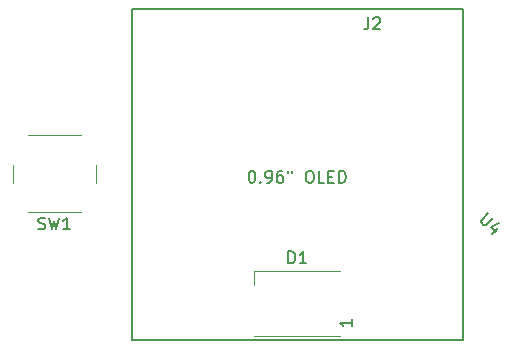
<source format=gbr>
G04 #@! TF.GenerationSoftware,KiCad,Pcbnew,(5.1.5)-3*
G04 #@! TF.CreationDate,2020-07-01T01:16:44-04:00*
G04 #@! TF.ProjectId,V0_Micro_Display,56305f4d-6963-4726-9f5f-446973706c61,rev?*
G04 #@! TF.SameCoordinates,Original*
G04 #@! TF.FileFunction,Legend,Top*
G04 #@! TF.FilePolarity,Positive*
%FSLAX46Y46*%
G04 Gerber Fmt 4.6, Leading zero omitted, Abs format (unit mm)*
G04 Created by KiCad (PCBNEW (5.1.5)-3) date 2020-07-01 01:16:44*
%MOMM*%
%LPD*%
G04 APERTURE LIST*
%ADD10C,0.150000*%
%ADD11C,0.120000*%
G04 APERTURE END LIST*
D10*
X-14000000Y13950000D02*
X14000000Y13950000D01*
X-14000000Y13950000D02*
X-14000000Y-14050000D01*
X14000000Y13950000D02*
X14000000Y-14050000D01*
X-14000000Y-14050000D02*
X14000000Y-14050000D01*
D11*
X-24070000Y750000D02*
X-24070000Y-750000D01*
X-22820000Y-3250000D02*
X-18320000Y-3250000D01*
X-17070000Y-750000D02*
X-17070000Y750000D01*
X-18320000Y3250000D02*
X-22820000Y3250000D01*
X3650000Y-13750000D02*
X-3650000Y-13750000D01*
X3650000Y-8250000D02*
X-3650000Y-8250000D01*
X-3650000Y-8250000D02*
X-3650000Y-9400000D01*
D10*
X6016666Y13247619D02*
X6016666Y12533333D01*
X5969047Y12390476D01*
X5873809Y12295238D01*
X5730952Y12247619D01*
X5635714Y12247619D01*
X6445238Y13152380D02*
X6492857Y13200000D01*
X6588095Y13247619D01*
X6826190Y13247619D01*
X6921428Y13200000D01*
X6969047Y13152380D01*
X7016666Y13057142D01*
X7016666Y12961904D01*
X6969047Y12819047D01*
X6397619Y12247619D01*
X7016666Y12247619D01*
X-3880952Y247619D02*
X-3785714Y247619D01*
X-3690476Y200000D01*
X-3642857Y152380D01*
X-3595238Y57142D01*
X-3547619Y-133333D01*
X-3547619Y-371428D01*
X-3595238Y-561904D01*
X-3642857Y-657142D01*
X-3690476Y-704761D01*
X-3785714Y-752380D01*
X-3880952Y-752380D01*
X-3976190Y-704761D01*
X-4023809Y-657142D01*
X-4071428Y-561904D01*
X-4119047Y-371428D01*
X-4119047Y-133333D01*
X-4071428Y57142D01*
X-4023809Y152380D01*
X-3976190Y200000D01*
X-3880952Y247619D01*
X-3119047Y-657142D02*
X-3071428Y-704761D01*
X-3119047Y-752380D01*
X-3166666Y-704761D01*
X-3119047Y-657142D01*
X-3119047Y-752380D01*
X-2595238Y-752380D02*
X-2404761Y-752380D01*
X-2309523Y-704761D01*
X-2261904Y-657142D01*
X-2166666Y-514285D01*
X-2119047Y-323809D01*
X-2119047Y57142D01*
X-2166666Y152380D01*
X-2214285Y200000D01*
X-2309523Y247619D01*
X-2500000Y247619D01*
X-2595238Y200000D01*
X-2642857Y152380D01*
X-2690476Y57142D01*
X-2690476Y-180952D01*
X-2642857Y-276190D01*
X-2595238Y-323809D01*
X-2500000Y-371428D01*
X-2309523Y-371428D01*
X-2214285Y-323809D01*
X-2166666Y-276190D01*
X-2119047Y-180952D01*
X-1261904Y247619D02*
X-1452380Y247619D01*
X-1547619Y200000D01*
X-1595238Y152380D01*
X-1690476Y9523D01*
X-1738095Y-180952D01*
X-1738095Y-561904D01*
X-1690476Y-657142D01*
X-1642857Y-704761D01*
X-1547619Y-752380D01*
X-1357142Y-752380D01*
X-1261904Y-704761D01*
X-1214285Y-657142D01*
X-1166666Y-561904D01*
X-1166666Y-323809D01*
X-1214285Y-228571D01*
X-1261904Y-180952D01*
X-1357142Y-133333D01*
X-1547619Y-133333D01*
X-1642857Y-180952D01*
X-1690476Y-228571D01*
X-1738095Y-323809D01*
X-785714Y247619D02*
X-785714Y57142D01*
X-404761Y247619D02*
X-404761Y57142D01*
X976190Y247619D02*
X1166666Y247619D01*
X1261904Y200000D01*
X1357142Y104761D01*
X1404761Y-85714D01*
X1404761Y-419047D01*
X1357142Y-609523D01*
X1261904Y-704761D01*
X1166666Y-752380D01*
X976190Y-752380D01*
X880952Y-704761D01*
X785714Y-609523D01*
X738095Y-419047D01*
X738095Y-85714D01*
X785714Y104761D01*
X880952Y200000D01*
X976190Y247619D01*
X2309523Y-752380D02*
X1833333Y-752380D01*
X1833333Y247619D01*
X2642857Y-228571D02*
X2976190Y-228571D01*
X3119047Y-752380D02*
X2642857Y-752380D01*
X2642857Y247619D01*
X3119047Y247619D01*
X3547619Y-752380D02*
X3547619Y247619D01*
X3785714Y247619D01*
X3928571Y200000D01*
X4023809Y104761D01*
X4071428Y9523D01*
X4119047Y-180952D01*
X4119047Y-323809D01*
X4071428Y-514285D01*
X4023809Y-609523D01*
X3928571Y-704761D01*
X3785714Y-752380D01*
X3547619Y-752380D01*
X16179836Y-3316667D02*
X15607416Y-3889087D01*
X15573744Y-3990102D01*
X15573744Y-4057446D01*
X15607416Y-4158461D01*
X15742103Y-4293148D01*
X15843118Y-4326820D01*
X15910462Y-4326820D01*
X16011477Y-4293148D01*
X16583897Y-3720728D01*
X16987958Y-4596194D02*
X16516553Y-5067598D01*
X17088973Y-4158461D02*
X16415538Y-4495179D01*
X16853271Y-4932911D01*
X-21903333Y-4654761D02*
X-21760476Y-4702380D01*
X-21522380Y-4702380D01*
X-21427142Y-4654761D01*
X-21379523Y-4607142D01*
X-21331904Y-4511904D01*
X-21331904Y-4416666D01*
X-21379523Y-4321428D01*
X-21427142Y-4273809D01*
X-21522380Y-4226190D01*
X-21712857Y-4178571D01*
X-21808095Y-4130952D01*
X-21855714Y-4083333D01*
X-21903333Y-3988095D01*
X-21903333Y-3892857D01*
X-21855714Y-3797619D01*
X-21808095Y-3750000D01*
X-21712857Y-3702380D01*
X-21474761Y-3702380D01*
X-21331904Y-3750000D01*
X-20998571Y-3702380D02*
X-20760476Y-4702380D01*
X-20570000Y-3988095D01*
X-20379523Y-4702380D01*
X-20141428Y-3702380D01*
X-19236666Y-4702380D02*
X-19808095Y-4702380D01*
X-19522380Y-4702380D02*
X-19522380Y-3702380D01*
X-19617619Y-3845238D01*
X-19712857Y-3940476D01*
X-19808095Y-3988095D01*
X-738095Y-7564380D02*
X-738095Y-6564380D01*
X-500000Y-6564380D01*
X-357142Y-6612000D01*
X-261904Y-6707238D01*
X-214285Y-6802476D01*
X-166666Y-6992952D01*
X-166666Y-7135809D01*
X-214285Y-7326285D01*
X-261904Y-7421523D01*
X-357142Y-7516761D01*
X-500000Y-7564380D01*
X-738095Y-7564380D01*
X785714Y-7564380D02*
X214285Y-7564380D01*
X499999Y-7564380D02*
X499999Y-6564380D01*
X404761Y-6707238D01*
X309523Y-6802476D01*
X214285Y-6850095D01*
X4602380Y-12314285D02*
X4602380Y-12885714D01*
X4602380Y-12600000D02*
X3602380Y-12600000D01*
X3745238Y-12695238D01*
X3840476Y-12790476D01*
X3888095Y-12885714D01*
M02*

</source>
